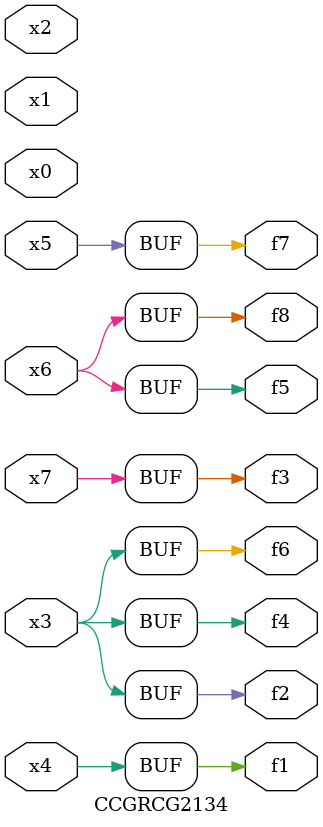
<source format=v>
module CCGRCG2134(
	input x0, x1, x2, x3, x4, x5, x6, x7,
	output f1, f2, f3, f4, f5, f6, f7, f8
);
	assign f1 = x4;
	assign f2 = x3;
	assign f3 = x7;
	assign f4 = x3;
	assign f5 = x6;
	assign f6 = x3;
	assign f7 = x5;
	assign f8 = x6;
endmodule

</source>
